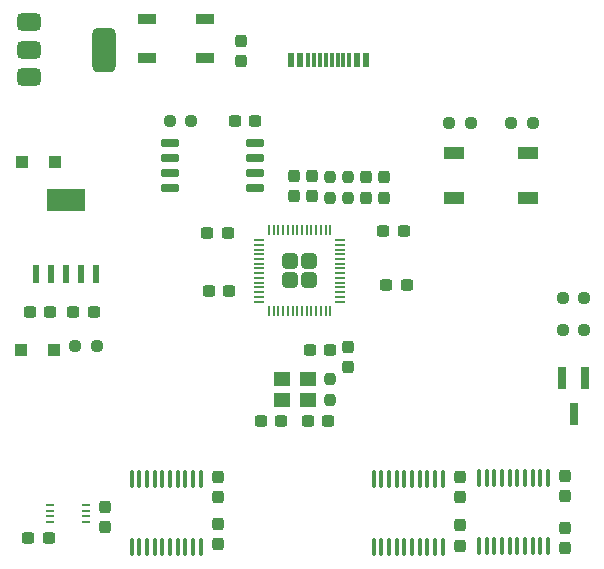
<source format=gtp>
G04 #@! TF.GenerationSoftware,KiCad,Pcbnew,7.0.11*
G04 #@! TF.CreationDate,2024-02-24T15:31:06+03:00*
G04 #@! TF.ProjectId,GameboyCartridgeV1.1,47616d65-626f-4794-9361-727472696467,rev?*
G04 #@! TF.SameCoordinates,Original*
G04 #@! TF.FileFunction,Paste,Top*
G04 #@! TF.FilePolarity,Positive*
%FSLAX46Y46*%
G04 Gerber Fmt 4.6, Leading zero omitted, Abs format (unit mm)*
G04 Created by KiCad (PCBNEW 7.0.11) date 2024-02-24 15:31:06*
%MOMM*%
%LPD*%
G01*
G04 APERTURE LIST*
G04 Aperture macros list*
%AMRoundRect*
0 Rectangle with rounded corners*
0 $1 Rounding radius*
0 $2 $3 $4 $5 $6 $7 $8 $9 X,Y pos of 4 corners*
0 Add a 4 corners polygon primitive as box body*
4,1,4,$2,$3,$4,$5,$6,$7,$8,$9,$2,$3,0*
0 Add four circle primitives for the rounded corners*
1,1,$1+$1,$2,$3*
1,1,$1+$1,$4,$5*
1,1,$1+$1,$6,$7*
1,1,$1+$1,$8,$9*
0 Add four rect primitives between the rounded corners*
20,1,$1+$1,$2,$3,$4,$5,0*
20,1,$1+$1,$4,$5,$6,$7,0*
20,1,$1+$1,$6,$7,$8,$9,0*
20,1,$1+$1,$8,$9,$2,$3,0*%
G04 Aperture macros list end*
%ADD10R,0.600000X1.150000*%
%ADD11R,0.300000X1.150000*%
%ADD12RoundRect,0.237500X-0.300000X-0.237500X0.300000X-0.237500X0.300000X0.237500X-0.300000X0.237500X0*%
%ADD13RoundRect,0.237500X-0.237500X0.300000X-0.237500X-0.300000X0.237500X-0.300000X0.237500X0.300000X0*%
%ADD14RoundRect,0.237500X0.237500X-0.250000X0.237500X0.250000X-0.237500X0.250000X-0.237500X-0.250000X0*%
%ADD15RoundRect,0.237500X-0.237500X0.250000X-0.237500X-0.250000X0.237500X-0.250000X0.237500X0.250000X0*%
%ADD16RoundRect,0.375000X-0.625000X-0.375000X0.625000X-0.375000X0.625000X0.375000X-0.625000X0.375000X0*%
%ADD17RoundRect,0.500000X-0.500000X-1.400000X0.500000X-1.400000X0.500000X1.400000X-0.500000X1.400000X0*%
%ADD18RoundRect,0.237500X0.237500X-0.300000X0.237500X0.300000X-0.237500X0.300000X-0.237500X-0.300000X0*%
%ADD19RoundRect,0.237500X0.300000X0.237500X-0.300000X0.237500X-0.300000X-0.237500X0.300000X-0.237500X0*%
%ADD20R,1.700000X1.000000*%
%ADD21RoundRect,0.237500X0.250000X0.237500X-0.250000X0.237500X-0.250000X-0.237500X0.250000X-0.237500X0*%
%ADD22R,0.609600X1.625600*%
%ADD23R,3.175000X1.854200*%
%ADD24RoundRect,0.249999X-0.395001X-0.395001X0.395001X-0.395001X0.395001X0.395001X-0.395001X0.395001X0*%
%ADD25RoundRect,0.050000X-0.387500X-0.050000X0.387500X-0.050000X0.387500X0.050000X-0.387500X0.050000X0*%
%ADD26RoundRect,0.050000X-0.050000X-0.387500X0.050000X-0.387500X0.050000X0.387500X-0.050000X0.387500X0*%
%ADD27R,1.400000X1.200000*%
%ADD28RoundRect,0.237500X-0.250000X-0.237500X0.250000X-0.237500X0.250000X0.237500X-0.250000X0.237500X0*%
%ADD29R,1.500000X0.900000*%
%ADD30RoundRect,0.100000X-0.100000X0.637500X-0.100000X-0.637500X0.100000X-0.637500X0.100000X0.637500X0*%
%ADD31RoundRect,0.150000X-0.650000X-0.150000X0.650000X-0.150000X0.650000X0.150000X-0.650000X0.150000X0*%
%ADD32RoundRect,0.250000X-0.300000X-0.300000X0.300000X-0.300000X0.300000X0.300000X-0.300000X0.300000X0*%
%ADD33R,0.800000X1.900000*%
%ADD34RoundRect,0.250000X0.300000X0.300000X-0.300000X0.300000X-0.300000X-0.300000X0.300000X-0.300000X0*%
%ADD35R,0.750000X0.250000*%
G04 APERTURE END LIST*
D10*
G04 #@! TO.C,J1*
X117360000Y-62740000D03*
X116560000Y-62740000D03*
D11*
X115410000Y-62740000D03*
X114410000Y-62740000D03*
X113910000Y-62740000D03*
X112910000Y-62740000D03*
D10*
X111760000Y-62740000D03*
X110960000Y-62740000D03*
X110960000Y-62740000D03*
X111760000Y-62740000D03*
D11*
X112410000Y-62740000D03*
X113410000Y-62740000D03*
X114910000Y-62740000D03*
X115910000Y-62740000D03*
D10*
X116560000Y-62740000D03*
X117360000Y-62740000D03*
G04 #@! TD*
D12*
G04 #@! TO.C,C8*
X104014100Y-82270600D03*
X105739100Y-82270600D03*
G04 #@! TD*
D13*
G04 #@! TO.C,C18*
X134200000Y-97937500D03*
X134200000Y-99662500D03*
G04 #@! TD*
D14*
G04 #@! TO.C,R3*
X115824000Y-74445500D03*
X115824000Y-72620500D03*
G04 #@! TD*
D15*
G04 #@! TO.C,R4*
X114300000Y-89737500D03*
X114300000Y-91562500D03*
G04 #@! TD*
D16*
G04 #@! TO.C,U9*
X88798000Y-59574000D03*
X88798000Y-61874000D03*
D17*
X95098000Y-61874000D03*
D16*
X88798000Y-64174000D03*
G04 #@! TD*
D13*
G04 #@! TO.C,C12*
X111252000Y-72543500D03*
X111252000Y-74268500D03*
G04 #@! TD*
G04 #@! TO.C,C2*
X112776000Y-72543500D03*
X112776000Y-74268500D03*
G04 #@! TD*
D18*
G04 #@! TO.C,C13*
X115824000Y-88746500D03*
X115824000Y-87021500D03*
G04 #@! TD*
D19*
G04 #@! TO.C,C5*
X120750500Y-81788000D03*
X119025500Y-81788000D03*
G04 #@! TD*
D20*
G04 #@! TO.C,SW1*
X124760000Y-70650000D03*
X131060000Y-70650000D03*
X124760000Y-74450000D03*
X131060000Y-74450000D03*
G04 #@! TD*
D21*
G04 #@! TO.C,R9*
X135812500Y-85600000D03*
X133987500Y-85600000D03*
G04 #@! TD*
D22*
G04 #@! TO.C,U4*
X89360000Y-80873800D03*
X90630000Y-80873800D03*
X91900000Y-80873800D03*
X93170000Y-80873800D03*
X94440000Y-80873800D03*
D23*
X91900000Y-74600000D03*
G04 #@! TD*
D12*
G04 #@! TO.C,C3*
X108437500Y-93300000D03*
X110162500Y-93300000D03*
G04 #@! TD*
D13*
G04 #@! TO.C,C21*
X104800000Y-98037500D03*
X104800000Y-99762500D03*
G04 #@! TD*
D12*
G04 #@! TO.C,C4*
X112387500Y-93300000D03*
X114112500Y-93300000D03*
G04 #@! TD*
D18*
G04 #@! TO.C,C20*
X134200000Y-104062500D03*
X134200000Y-102337500D03*
G04 #@! TD*
G04 #@! TO.C,C17*
X95200000Y-102312500D03*
X95200000Y-100587500D03*
G04 #@! TD*
G04 #@! TO.C,C23*
X104800000Y-103762500D03*
X104800000Y-102037500D03*
G04 #@! TD*
D24*
G04 #@! TO.C,U2*
X110900000Y-79800000D03*
X110900000Y-81400000D03*
X112500000Y-79800000D03*
X112500000Y-81400000D03*
D25*
X108262500Y-78000000D03*
X108262500Y-78400000D03*
X108262500Y-78800000D03*
X108262500Y-79200000D03*
X108262500Y-79600000D03*
X108262500Y-80000000D03*
X108262500Y-80400000D03*
X108262500Y-80800000D03*
X108262500Y-81200000D03*
X108262500Y-81600000D03*
X108262500Y-82000000D03*
X108262500Y-82400000D03*
X108262500Y-82800000D03*
X108262500Y-83200000D03*
D26*
X109100000Y-84037500D03*
X109500000Y-84037500D03*
X109900000Y-84037500D03*
X110300000Y-84037500D03*
X110700000Y-84037500D03*
X111100000Y-84037500D03*
X111500000Y-84037500D03*
X111900000Y-84037500D03*
X112300000Y-84037500D03*
X112700000Y-84037500D03*
X113100000Y-84037500D03*
X113500000Y-84037500D03*
X113900000Y-84037500D03*
X114300000Y-84037500D03*
D25*
X115137500Y-83200000D03*
X115137500Y-82800000D03*
X115137500Y-82400000D03*
X115137500Y-82000000D03*
X115137500Y-81600000D03*
X115137500Y-81200000D03*
X115137500Y-80800000D03*
X115137500Y-80400000D03*
X115137500Y-80000000D03*
X115137500Y-79600000D03*
X115137500Y-79200000D03*
X115137500Y-78800000D03*
X115137500Y-78400000D03*
X115137500Y-78000000D03*
D26*
X114300000Y-77162500D03*
X113900000Y-77162500D03*
X113500000Y-77162500D03*
X113100000Y-77162500D03*
X112700000Y-77162500D03*
X112300000Y-77162500D03*
X111900000Y-77162500D03*
X111500000Y-77162500D03*
X111100000Y-77162500D03*
X110700000Y-77162500D03*
X110300000Y-77162500D03*
X109900000Y-77162500D03*
X109500000Y-77162500D03*
X109100000Y-77162500D03*
G04 #@! TD*
D12*
G04 #@! TO.C,C6*
X103887100Y-77393800D03*
X105612100Y-77393800D03*
G04 #@! TD*
D27*
G04 #@! TO.C,Y1*
X112400000Y-89800000D03*
X110200000Y-89800000D03*
X110200000Y-91500000D03*
X112400000Y-91500000D03*
G04 #@! TD*
D19*
G04 #@! TO.C,C19*
X90462500Y-103200000D03*
X88737500Y-103200000D03*
G04 #@! TD*
G04 #@! TO.C,C9*
X114298900Y-87325200D03*
X112573900Y-87325200D03*
G04 #@! TD*
D21*
G04 #@! TO.C,R8*
X135812500Y-82900000D03*
X133987500Y-82900000D03*
G04 #@! TD*
D28*
G04 #@! TO.C,R5*
X124387500Y-68100000D03*
X126212500Y-68100000D03*
G04 #@! TD*
D29*
G04 #@! TO.C,D1*
X103650000Y-62550000D03*
X103650000Y-59250000D03*
X98750000Y-59250000D03*
X98750000Y-62550000D03*
G04 #@! TD*
D18*
G04 #@! TO.C,C24*
X125300000Y-103862500D03*
X125300000Y-102137500D03*
G04 #@! TD*
D19*
G04 #@! TO.C,C10*
X120496500Y-77216000D03*
X118771500Y-77216000D03*
G04 #@! TD*
D30*
G04 #@! TO.C,U8*
X123825000Y-98237500D03*
X123175000Y-98237500D03*
X122525000Y-98237500D03*
X121875000Y-98237500D03*
X121225000Y-98237500D03*
X120575000Y-98237500D03*
X119925000Y-98237500D03*
X119275000Y-98237500D03*
X118625000Y-98237500D03*
X117975000Y-98237500D03*
X117975000Y-103962500D03*
X118625000Y-103962500D03*
X119275000Y-103962500D03*
X119925000Y-103962500D03*
X120575000Y-103962500D03*
X121225000Y-103962500D03*
X121875000Y-103962500D03*
X122525000Y-103962500D03*
X123175000Y-103962500D03*
X123825000Y-103962500D03*
G04 #@! TD*
D21*
G04 #@! TO.C,R7*
X94512500Y-87000000D03*
X92687500Y-87000000D03*
G04 #@! TD*
D13*
G04 #@! TO.C,C14*
X106700000Y-61137500D03*
X106700000Y-62862500D03*
G04 #@! TD*
D14*
G04 #@! TO.C,R2*
X114300000Y-74445500D03*
X114300000Y-72620500D03*
G04 #@! TD*
D12*
G04 #@! TO.C,C1*
X106237500Y-67900000D03*
X107962500Y-67900000D03*
G04 #@! TD*
G04 #@! TO.C,C16*
X92537500Y-84100000D03*
X94262500Y-84100000D03*
G04 #@! TD*
D13*
G04 #@! TO.C,C22*
X125300000Y-98037500D03*
X125300000Y-99762500D03*
G04 #@! TD*
D31*
G04 #@! TO.C,U1*
X100700000Y-69795000D03*
X100700000Y-71065000D03*
X100700000Y-72335000D03*
X100700000Y-73605000D03*
X107900000Y-73605000D03*
X107900000Y-72335000D03*
X107900000Y-71065000D03*
X107900000Y-69795000D03*
G04 #@! TD*
D28*
G04 #@! TO.C,R6*
X129627500Y-68100000D03*
X131452500Y-68100000D03*
G04 #@! TD*
D30*
G04 #@! TO.C,U7*
X103325000Y-98237500D03*
X102675000Y-98237500D03*
X102025000Y-98237500D03*
X101375000Y-98237500D03*
X100725000Y-98237500D03*
X100075000Y-98237500D03*
X99425000Y-98237500D03*
X98775000Y-98237500D03*
X98125000Y-98237500D03*
X97475000Y-98237500D03*
X97475000Y-103962500D03*
X98125000Y-103962500D03*
X98775000Y-103962500D03*
X99425000Y-103962500D03*
X100075000Y-103962500D03*
X100725000Y-103962500D03*
X101375000Y-103962500D03*
X102025000Y-103962500D03*
X102675000Y-103962500D03*
X103325000Y-103962500D03*
G04 #@! TD*
G04 #@! TO.C,U6*
X132725000Y-98137500D03*
X132075000Y-98137500D03*
X131425000Y-98137500D03*
X130775000Y-98137500D03*
X130125000Y-98137500D03*
X129475000Y-98137500D03*
X128825000Y-98137500D03*
X128175000Y-98137500D03*
X127525000Y-98137500D03*
X126875000Y-98137500D03*
X126875000Y-103862500D03*
X127525000Y-103862500D03*
X128175000Y-103862500D03*
X128825000Y-103862500D03*
X129475000Y-103862500D03*
X130125000Y-103862500D03*
X130775000Y-103862500D03*
X131425000Y-103862500D03*
X132075000Y-103862500D03*
X132725000Y-103862500D03*
G04 #@! TD*
D32*
G04 #@! TO.C,D3*
X88200000Y-71400000D03*
X91000000Y-71400000D03*
G04 #@! TD*
D12*
G04 #@! TO.C,C15*
X88837500Y-84100000D03*
X90562500Y-84100000D03*
G04 #@! TD*
D33*
G04 #@! TO.C,Q1*
X135850000Y-89700000D03*
X133950000Y-89700000D03*
X134900000Y-92700000D03*
G04 #@! TD*
D34*
G04 #@! TO.C,D2*
X90900000Y-87300000D03*
X88100000Y-87300000D03*
G04 #@! TD*
D28*
G04 #@! TO.C,R1*
X100687500Y-67900000D03*
X102512500Y-67900000D03*
G04 #@! TD*
D35*
G04 #@! TO.C,U5*
X93650000Y-101900000D03*
X93650000Y-101400000D03*
X93650000Y-100900000D03*
X93650000Y-100400000D03*
X90550000Y-100400000D03*
X90550000Y-100900000D03*
X90550000Y-101400000D03*
X90550000Y-101900000D03*
G04 #@! TD*
D13*
G04 #@! TO.C,C11*
X118872000Y-72670500D03*
X118872000Y-74395500D03*
G04 #@! TD*
G04 #@! TO.C,C7*
X117348000Y-72670500D03*
X117348000Y-74395500D03*
G04 #@! TD*
M02*

</source>
